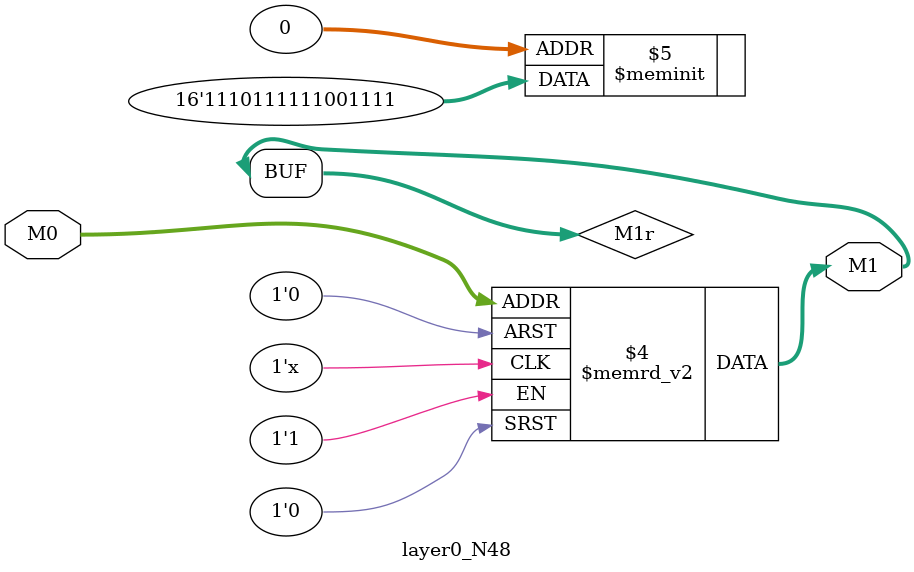
<source format=v>
module layer0_N48 ( input [2:0] M0, output [1:0] M1 );

	(*rom_style = "distributed" *) reg [1:0] M1r;
	assign M1 = M1r;
	always @ (M0) begin
		case (M0)
			3'b000: M1r = 2'b11;
			3'b100: M1r = 2'b11;
			3'b010: M1r = 2'b00;
			3'b110: M1r = 2'b10;
			3'b001: M1r = 2'b11;
			3'b101: M1r = 2'b11;
			3'b011: M1r = 2'b11;
			3'b111: M1r = 2'b11;

		endcase
	end
endmodule

</source>
